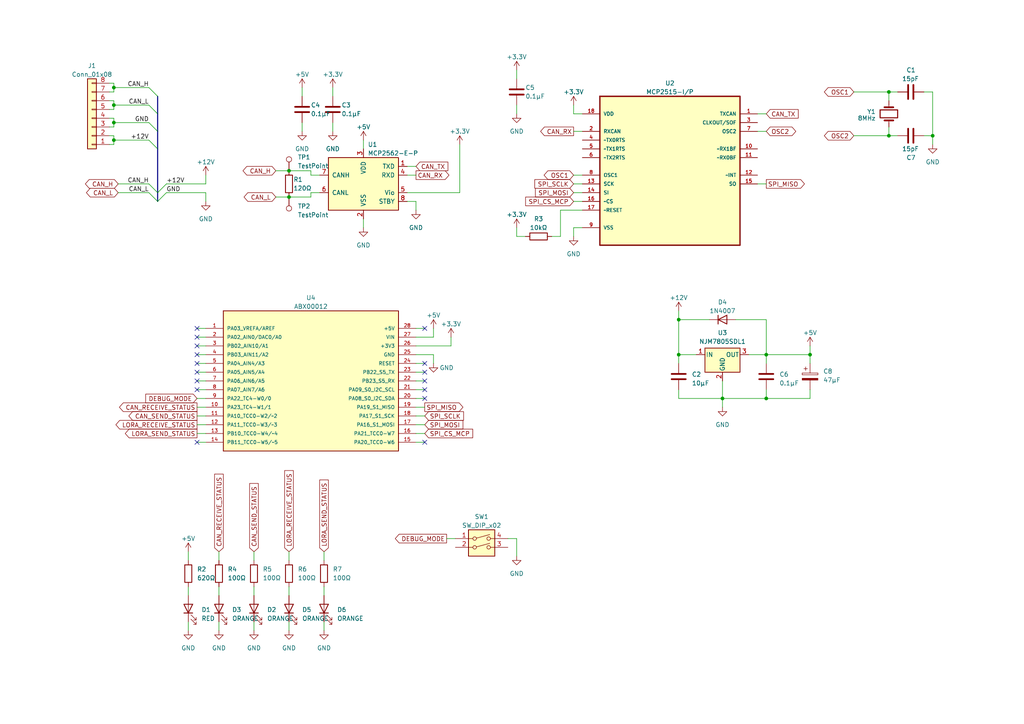
<source format=kicad_sch>
(kicad_sch (version 20230121) (generator eeschema)
  (paper "A4")
  (lib_symbols
    (symbol "ABX00012:ABX00012" (pin_names (offset 1.016))
      (property "Reference" "U" (at -25.4 21.082 0))
      (property "Value" "ABX00012" (at -25.4 -22.86 0))
      (symbol "ABX00012_0_0"
        (rectangle (start -25.4 -20.32) (end 25.4 20.32) (stroke (width 0.254)) (fill (type background)))
        (pin bidirectional line (at -30.48 15.24 0) (length 5.08) (name "PA03_VREFA/AREF") (number "1"))
        (pin bidirectional line (at -30.48 -7.62 0) (length 5.08) (name "PA23_TC4-W1/1") (number "10"))
        (pin bidirectional line (at -30.48 -10.16 0) (length 5.08) (name "PA10_TCC0-W2/~2") (number "11"))
        (pin bidirectional line (at -30.48 -12.7 0) (length 5.08) (name "PA11_TCC0-W3/~3") (number "12"))
        (pin bidirectional line (at -30.48 -15.24 0) (length 5.08) (name "PB10_TCC0-W4/~4") (number "13"))
        (pin bidirectional line (at -30.48 -17.78 0) (length 5.08) (name "PB11_TCC0-W5/~5") (number "14"))
        (pin bidirectional line (at 30.48 -17.78 180) (length 5.08) (name "PA20_TCC0-W6") (number "15"))
        (pin bidirectional line (at 30.48 -15.24 180) (length 5.08) (name "PA21_TCC0-W7") (number "16"))
        (pin bidirectional line (at 30.48 -12.7 180) (length 5.08) (name "PA16_S1_MOSI") (number "17"))
        (pin bidirectional line (at 30.48 -10.16 180) (length 5.08) (name "PA17_S1_SCK") (number "18"))
        (pin bidirectional line (at 30.48 -7.62 180) (length 5.08) (name "PA19_S1_MISO") (number "19"))
        (pin bidirectional line (at -30.48 12.7 0) (length 5.08) (name "PA02_AIN0/DAC0/A0") (number "2"))
        (pin bidirectional line (at 30.48 -5.08 180) (length 5.08) (name "PA08_S0_I2C_SDA") (number "20"))
        (pin bidirectional line (at 30.48 -2.54 180) (length 5.08) (name "PA09_S0_I2C_SCL") (number "21"))
        (pin bidirectional line (at 30.48 0 180) (length 5.08) (name "PB23_S5_RX") (number "22"))
        (pin bidirectional line (at 30.48 2.54 180) (length 5.08) (name "PB22_S5_TX") (number "23"))
        (pin input line (at 30.48 5.08 180) (length 5.08) (name "RESET") (number "24"))
        (pin power_in line (at 30.48 7.62 180) (length 5.08) (name "GND") (number "25"))
        (pin power_in line (at 30.48 10.16 180) (length 5.08) (name "+3V3") (number "26"))
        (pin power_in line (at 30.48 12.7 180) (length 5.08) (name "VIN") (number "27"))
        (pin power_in line (at 30.48 15.24 180) (length 5.08) (name "+5V") (number "28"))
        (pin bidirectional line (at -30.48 10.16 0) (length 5.08) (name "PB02_AIN10/A1") (number "3"))
        (pin bidirectional line (at -30.48 7.62 0) (length 5.08) (name "PB03_AIN11/A2") (number "4"))
        (pin bidirectional line (at -30.48 5.08 0) (length 5.08) (name "PA04_AIN4/A3") (number "5"))
        (pin bidirectional line (at -30.48 2.54 0) (length 5.08) (name "PA05_AIN5/A4") (number "6"))
        (pin bidirectional line (at -30.48 0 0) (length 5.08) (name "PA06_AIN6/A5") (number "7"))
        (pin bidirectional line (at -30.48 -2.54 0) (length 5.08) (name "PA07_AIN7/A6") (number "8"))
        (pin bidirectional line (at -30.48 -5.08 0) (length 5.08) (name "PA22_TC4-W0/0") (number "9"))
      )
    )
    (symbol "Connector:TestPoint" (pin_numbers hide) (pin_names (offset 0.762) hide)
      (property "Reference" "TP" (at 0 6.858 0))
      (property "Value" "TestPoint" (at 0 5.08 0))
      (symbol "TestPoint_0_1"
        (circle (center 0 3.302) (radius 0.762))
      )
      (symbol "TestPoint_1_1"
        (pin passive line (at 0 0 90) (length 2.54) (name "1") (number "1"))
      )
    )
    (symbol "Connector_Generic:Conn_01x08" (pin_names (offset 1.016) hide)
      (property "Reference" "J" (at 0 10.16 0))
      (property "Value" "Conn_01x08" (at 0 -12.7 0))
      (symbol "Conn_01x08_1_1"
        (rectangle (start -1.27 -10.033) (end 0 -10.287) (stroke (width 0.1524)))
        (rectangle (start -1.27 -7.493) (end 0 -7.747) (stroke (width 0.1524)))
        (rectangle (start -1.27 -4.953) (end 0 -5.207) (stroke (width 0.1524)))
        (rectangle (start -1.27 -2.413) (end 0 -2.667) (stroke (width 0.1524)))
        (rectangle (start -1.27 0.127) (end 0 -0.127) (stroke (width 0.1524)))
        (rectangle (start -1.27 2.667) (end 0 2.413) (stroke (width 0.1524)))
        (rectangle (start -1.27 5.207) (end 0 4.953) (stroke (width 0.1524)))
        (rectangle (start -1.27 7.747) (end 0 7.493) (stroke (width 0.1524)))
        (rectangle (start -1.27 8.89) (end 1.27 -11.43) (stroke (width 0.254)) (fill (type background)))
        (pin passive line (at -5.08 7.62 0) (length 3.81) (name "Pin_1") (number "1"))
        (pin passive line (at -5.08 5.08 0) (length 3.81) (name "Pin_2") (number "2"))
        (pin passive line (at -5.08 2.54 0) (length 3.81) (name "Pin_3") (number "3"))
        (pin passive line (at -5.08 0 0) (length 3.81) (name "Pin_4") (number "4"))
        (pin passive line (at -5.08 -2.54 0) (length 3.81) (name "Pin_5") (number "5"))
        (pin passive line (at -5.08 -5.08 0) (length 3.81) (name "Pin_6") (number "6"))
        (pin passive line (at -5.08 -7.62 0) (length 3.81) (name "Pin_7") (number "7"))
        (pin passive line (at -5.08 -10.16 0) (length 3.81) (name "Pin_8") (number "8"))
      )
    )
    (symbol "Device:C" (pin_numbers hide) (pin_names (offset 0.254))
      (property "Reference" "C" (at 0.635 2.54 0))
      (property "Value" "C" (at 0.635 -2.54 0))
      (symbol "C_0_1"
        (polyline (pts (xy -2.032 -0.762) (xy 2.032 -0.762)) (stroke (width 0.508)))
        (polyline (pts (xy -2.032 0.762) (xy 2.032 0.762)) (stroke (width 0.508)))
      )
      (symbol "C_1_1"
        (pin passive line (at 0 3.81 270) (length 2.794) (name "~") (number "1"))
        (pin passive line (at 0 -3.81 90) (length 2.794) (name "~") (number "2"))
      )
    )
    (symbol "Device:C_Polarized" (pin_numbers hide) (pin_names (offset 0.254))
      (property "Reference" "C" (at 0.635 2.54 0))
      (property "Value" "C_Polarized" (at 0.635 -2.54 0))
      (symbol "C_Polarized_0_1"
        (rectangle (start -2.286 0.508) (end 2.286 1.016))
        (polyline (pts (xy -1.778 2.286) (xy -0.762 2.286)))
        (polyline (pts (xy -1.27 2.794) (xy -1.27 1.778)))
        (rectangle (start 2.286 -0.508) (end -2.286 -1.016) (fill (type outline)))
      )
      (symbol "C_Polarized_1_1"
        (pin passive line (at 0 3.81 270) (length 2.794) (name "~") (number "1"))
        (pin passive line (at 0 -3.81 90) (length 2.794) (name "~") (number "2"))
      )
    )
    (symbol "Device:Crystal" (pin_numbers hide) (pin_names (offset 1.016) hide)
      (property "Reference" "Y" (at 0 3.81 0))
      (property "Value" "Crystal" (at 0 -3.81 0))
      (symbol "Crystal_0_1"
        (rectangle (start -1.143 2.54) (end 1.143 -2.54) (stroke (width 0.3048)))
        (polyline (pts (xy -2.54 0) (xy -1.905 0)))
        (polyline (pts (xy -1.905 -1.27) (xy -1.905 1.27)) (stroke (width 0.508)))
        (polyline (pts (xy 1.905 -1.27) (xy 1.905 1.27)) (stroke (width 0.508)))
        (polyline (pts (xy 2.54 0) (xy 1.905 0)))
      )
      (symbol "Crystal_1_1"
        (pin passive line (at -3.81 0 0) (length 1.27) (name "1") (number "1"))
        (pin passive line (at 3.81 0 180) (length 1.27) (name "2") (number "2"))
      )
    )
    (symbol "Device:LED" (pin_numbers hide) (pin_names (offset 1.016) hide)
      (property "Reference" "D" (at 0 2.54 0))
      (property "Value" "LED" (at 0 -2.54 0))
      (symbol "LED_0_1"
        (polyline (pts (xy -1.27 -1.27) (xy -1.27 1.27)) (stroke (width 0.254)))
        (polyline (pts (xy -1.27 0) (xy 1.27 0)))
        (polyline (pts (xy 1.27 -1.27) (xy 1.27 1.27) (xy -1.27 0) (xy 1.27 -1.27)) (stroke (width 0.254)))
        (polyline (pts (xy -3.048 -0.762) (xy -4.572 -2.286) (xy -3.81 -2.286) (xy -4.572 -2.286) (xy -4.572 -1.524)))
        (polyline (pts (xy -1.778 -0.762) (xy -3.302 -2.286) (xy -2.54 -2.286) (xy -3.302 -2.286) (xy -3.302 -1.524)))
      )
      (symbol "LED_1_1"
        (pin passive line (at -3.81 0 0) (length 2.54) (name "K") (number "1"))
        (pin passive line (at 3.81 0 180) (length 2.54) (name "A") (number "2"))
      )
    )
    (symbol "Device:R" (pin_numbers hide) (pin_names (offset 0))
      (property "Reference" "R" (at 2.032 0 90))
      (property "Value" "R" (at 0 0 90))
      (symbol "R_0_1"
        (rectangle (start -1.016 -2.54) (end 1.016 2.54) (stroke (width 0.254)))
      )
      (symbol "R_1_1"
        (pin passive line (at 0 3.81 270) (length 1.27) (name "~") (number "1"))
        (pin passive line (at 0 -3.81 90) (length 1.27) (name "~") (number "2"))
      )
    )
    (symbol "Diode:1N4007" (pin_numbers hide) (pin_names hide)
      (property "Reference" "D" (at 0 2.54 0))
      (property "Value" "1N4007" (at 0 -2.54 0))
      (symbol "1N4007_0_1"
        (polyline (pts (xy -1.27 1.27) (xy -1.27 -1.27)) (stroke (width 0.254)))
        (polyline (pts (xy 1.27 0) (xy -1.27 0)))
        (polyline (pts (xy 1.27 1.27) (xy 1.27 -1.27) (xy -1.27 0) (xy 1.27 1.27)) (stroke (width 0.254)))
      )
      (symbol "1N4007_1_1"
        (pin passive line (at -3.81 0 0) (length 2.54) (name "K") (number "1"))
        (pin passive line (at 3.81 0 180) (length 2.54) (name "A") (number "2"))
      )
    )
    (symbol "Interface_CAN_LIN:MCP2562-E-P" (pin_names (offset 1.016))
      (property "Reference" "U" (at -10.16 8.89 0))
      (property "Value" "MCP2562-E-P" (at 2.54 8.89 0))
      (symbol "MCP2562-E-P_0_1"
        (rectangle (start -10.16 7.62) (end 10.16 -7.62) (stroke (width 0.254)) (fill (type background)))
      )
      (symbol "MCP2562-E-P_1_1"
        (pin input line (at -12.7 5.08 0) (length 2.54) (name "TXD") (number "1"))
        (pin power_in line (at 0 -10.16 90) (length 2.54) (name "VSS") (number "2"))
        (pin power_in line (at 0 10.16 270) (length 2.54) (name "VDD") (number "3"))
        (pin output line (at -12.7 2.54 0) (length 2.54) (name "RXD") (number "4"))
        (pin power_in line (at -12.7 -2.54 0) (length 2.54) (name "Vio") (number "5"))
        (pin bidirectional line (at 12.7 -2.54 180) (length 2.54) (name "CANL") (number "6"))
        (pin bidirectional line (at 12.7 2.54 180) (length 2.54) (name "CANH") (number "7"))
        (pin input line (at -12.7 -5.08 0) (length 2.54) (name "STBY") (number "8"))
      )
    )
    (symbol "MCP2515-I_P:MCP2515-I{slash}P" (pin_names (offset 1.016))
      (property "Reference" "U" (at -5.1308 20.2692 0))
      (property "Value" "MCP2515-I{slash}P" (at -5.2324 -29.718 0))
      (symbol "MCP2515-I{slash}P_0_0"
        (rectangle (start -20.32 -25.4) (end 20.32 17.78) (stroke (width 0.4064)) (fill (type background)))
        (pin output line (at 25.4 12.7 180) (length 5.08) (name "TXCAN") (number "1"))
        (pin output line (at 25.4 2.54 180) (length 5.08) (name "~RX1BF") (number "10"))
        (pin output line (at 25.4 0 180) (length 5.08) (name "~RX0BF") (number "11"))
        (pin output line (at 25.4 -5.08 180) (length 5.08) (name "~INT") (number "12"))
        (pin input line (at -25.4 -7.62 0) (length 5.08) (name "SCK") (number "13"))
        (pin input line (at -25.4 -10.16 0) (length 5.08) (name "SI") (number "14"))
        (pin output line (at 25.4 -7.62 180) (length 5.08) (name "SO") (number "15"))
        (pin input line (at -25.4 -12.7 0) (length 5.08) (name "~CS") (number "16"))
        (pin input line (at -25.4 -15.24 0) (length 5.08) (name "~RESET") (number "17"))
        (pin power_in line (at -25.4 12.7 0) (length 5.08) (name "VDD") (number "18"))
        (pin input line (at -25.4 7.62 0) (length 5.08) (name "RXCAN") (number "2"))
        (pin output line (at 25.4 10.16 180) (length 5.08) (name "CLKOUT/SOF") (number "3"))
        (pin input line (at -25.4 5.08 0) (length 5.08) (name "~TX0RTS") (number "4"))
        (pin input line (at -25.4 2.54 0) (length 5.08) (name "~TX1RTS") (number "5"))
        (pin input line (at -25.4 0 0) (length 5.08) (name "~TX2RTS") (number "6"))
        (pin output line (at 25.4 7.62 180) (length 5.08) (name "OSC2") (number "7"))
        (pin input line (at -25.4 -5.08 0) (length 5.08) (name "OSC1") (number "8"))
        (pin power_in line (at -25.4 -20.32 0) (length 5.08) (name "VSS") (number "9"))
      )
    )
    (symbol "Regulator_Linear:L7805" (pin_names (offset 0.254))
      (property "Reference" "U" (at -3.81 3.175 0))
      (property "Value" "L7805" (at 0 3.175 0))
      (symbol "L7805_0_1"
        (rectangle (start -5.08 1.905) (end 5.08 -5.08) (stroke (width 0.254)) (fill (type background)))
      )
      (symbol "L7805_1_1"
        (pin power_in line (at -7.62 0 0) (length 2.54) (name "IN") (number "1"))
        (pin power_in line (at 0 -7.62 90) (length 2.54) (name "GND") (number "2"))
        (pin power_out line (at 7.62 0 180) (length 2.54) (name "OUT") (number "3"))
      )
    )
    (symbol "Switch:SW_DIP_x02" (pin_names (offset 0) hide)
      (property "Reference" "SW" (at 0 6.35 0))
      (property "Value" "SW_DIP_x02" (at 0 -3.81 0))
      (symbol "SW_DIP_x02_0_0"
        (circle (center -2.032 0) (radius 0.508))
        (circle (center -2.032 2.54) (radius 0.508))
        (polyline (pts (xy -1.524 0.127) (xy 2.3622 1.1684)))
        (polyline (pts (xy -1.524 2.667) (xy 2.3622 3.7084)))
        (circle (center 2.032 0) (radius 0.508))
        (circle (center 2.032 2.54) (radius 0.508))
      )
      (symbol "SW_DIP_x02_0_1"
        (rectangle (start -3.81 5.08) (end 3.81 -2.54) (stroke (width 0.254)) (fill (type background)))
      )
      (symbol "SW_DIP_x02_1_1"
        (pin passive line (at -7.62 2.54 0) (length 5.08) (name "~") (number "1"))
        (pin passive line (at -7.62 0 0) (length 5.08) (name "~") (number "2"))
        (pin passive line (at 7.62 0 180) (length 5.08) (name "~") (number "3"))
        (pin passive line (at 7.62 2.54 180) (length 5.08) (name "~") (number "4"))
      )
    )
    (symbol "power:+12V" (power) (pin_names (offset 0))
      (property "Value" "+12V" (at 0 3.556 0))
      (symbol "+12V_0_1"
        (polyline (pts (xy -0.762 1.27) (xy 0 2.54)))
        (polyline (pts (xy 0 0) (xy 0 2.54)))
        (polyline (pts (xy 0 2.54) (xy 0.762 1.27)))
      )
      (symbol "+12V_1_1"
        (pin power_in line (at 0 0 90) (length 0) hide (name "+12V") (number "1"))
      )
    )
    (symbol "power:+3.3V" (power) (pin_names (offset 0))
      (property "Value" "+3.3V" (at 0 3.556 0))
      (symbol "+3.3V_0_1"
        (polyline (pts (xy -0.762 1.27) (xy 0 2.54)))
        (polyline (pts (xy 0 0) (xy 0 2.54)))
        (polyline (pts (xy 0 2.54) (xy 0.762 1.27)))
      )
      (symbol "+3.3V_1_1"
        (pin power_in line (at 0 0 90) (length 0) hide (name "+3.3V") (number "1"))
      )
    )
    (symbol "power:+5V" (power) (pin_names (offset 0))
      (property "Value" "+5V" (at 0 3.556 0))
      (symbol "+5V_0_1"
        (polyline (pts (xy -0.762 1.27) (xy 0 2.54)))
        (polyline (pts (xy 0 0) (xy 0 2.54)))
        (polyline (pts (xy 0 2.54) (xy 0.762 1.27)))
      )
      (symbol "+5V_1_1"
        (pin power_in line (at 0 0 90) (length 0) hide (name "+5V") (number "1"))
      )
    )
    (symbol "power:GND" (power) (pin_names (offset 0))
      (property "Value" "GND" (at 0 -3.81 0))
      (symbol "GND_0_1"
        (polyline (pts (xy 0 0) (xy 0 -1.27) (xy 1.27 -1.27) (xy 0 -2.54) (xy -1.27 -1.27) (xy 0 -1.27)))
      )
      (symbol "GND_1_1"
        (pin power_in line (at 0 0 270) (length 0) hide (name "GND") (number "1"))
      )
    )
  )
  (junction (at 234.95 102.87))
  (junction (at 196.85 102.87))
  (junction (at 257.81 39.37))
  (junction (at 257.81 26.67))
  (junction (at 83.82 57.15))
  (junction (at 209.55 115.57))
  (junction (at 33.02 30.48))
  (junction (at 222.25 115.57))
  (junction (at 83.82 49.53))
  (junction (at 196.85 92.71))
  (junction (at 33.02 40.64))
  (junction (at 33.02 35.56))
  (junction (at 270.51 39.37))
  (junction (at 222.25 102.87))
  (junction (at 33.02 25.4))
  (no_connect (at 57.15 113.03))
  (no_connect (at 123.19 95.25))
  (no_connect (at 57.15 105.41))
  (no_connect (at 57.15 110.49))
  (no_connect (at 57.15 95.25))
  (no_connect (at 123.19 115.57))
  (no_connect (at 123.19 110.49))
  (no_connect (at 57.15 128.27))
  (no_connect (at 123.19 105.41))
  (no_connect (at 123.19 128.27))
  (no_connect (at 57.15 107.95))
  (no_connect (at 123.19 107.95))
  (no_connect (at 57.15 97.79))
  (no_connect (at 123.19 113.03))
  (no_connect (at 57.15 102.87))
  (no_connect (at 57.15 100.33))
  (bus_entry (at 43.18 30.48) (size 2.54 2.54))
  (bus_entry (at 43.18 40.64) (size 2.54 2.54))
  (bus_entry (at 45.72 58.42) (size -2.54 -2.54))
  (bus_entry (at 45.72 55.88) (size -2.54 -2.54))
  (bus_entry (at 43.18 35.56) (size 2.54 2.54))
  (bus_entry (at 45.72 55.88) (size 2.54 -2.54))
  (bus_entry (at 43.18 25.4) (size 2.54 2.54))
  (bus_entry (at 45.72 58.42) (size 2.54 -2.54))
  (wire (pts (xy 270.51 41.91) (xy 270.51 39.37)))
  (wire (pts (xy 219.71 53.34) (xy 222.25 53.34)))
  (wire (pts (xy 219.71 33.02) (xy 222.25 33.02)))
  (wire (pts (xy 57.15 125.73) (xy 59.69 125.73)))
  (wire (pts (xy 33.02 31.75) (xy 33.02 30.48)))
  (wire (pts (xy 166.37 55.88) (xy 168.91 55.88)))
  (wire (pts (xy 168.91 60.96) (xy 162.56 60.96)))
  (wire (pts (xy 57.15 102.87) (xy 59.69 102.87)))
  (wire (pts (xy 120.65 100.33) (xy 130.81 100.33)))
  (wire (pts (xy 201.93 102.87) (xy 196.85 102.87)))
  (wire (pts (xy 57.15 120.65) (xy 59.69 120.65)))
  (wire (pts (xy 120.65 113.03) (xy 123.19 113.03)))
  (wire (pts (xy 93.98 170.18) (xy 93.98 172.72)))
  (wire (pts (xy 57.15 113.03) (xy 59.69 113.03)))
  (wire (pts (xy 33.02 30.48) (xy 43.18 30.48)))
  (wire (pts (xy 270.51 39.37) (xy 270.51 26.67)))
  (wire (pts (xy 59.69 50.8) (xy 59.69 53.34)))
  (wire (pts (xy 57.15 128.27) (xy 59.69 128.27)))
  (wire (pts (xy 120.65 102.87) (xy 125.73 102.87)))
  (wire (pts (xy 196.85 102.87) (xy 196.85 105.41)))
  (wire (pts (xy 196.85 92.71) (xy 196.85 102.87)))
  (wire (pts (xy 63.5 180.34) (xy 63.5 182.88)))
  (wire (pts (xy 257.81 39.37) (xy 260.35 39.37)))
  (wire (pts (xy 43.18 55.88) (xy 34.29 55.88)))
  (wire (pts (xy 57.15 118.11) (xy 59.69 118.11)))
  (wire (pts (xy 149.86 156.21) (xy 149.86 161.29)))
  (wire (pts (xy 209.55 115.57) (xy 209.55 118.11)))
  (wire (pts (xy 217.17 102.87) (xy 222.25 102.87)))
  (wire (pts (xy 247.65 39.37) (xy 257.81 39.37)))
  (wire (pts (xy 120.65 58.42) (xy 120.65 60.96)))
  (wire (pts (xy 120.65 107.95) (xy 123.19 107.95)))
  (wire (pts (xy 87.63 25.4) (xy 87.63 27.94)))
  (wire (pts (xy 257.81 29.21) (xy 257.81 26.67)))
  (wire (pts (xy 166.37 66.04) (xy 168.91 66.04)))
  (wire (pts (xy 257.81 26.67) (xy 260.35 26.67)))
  (wire (pts (xy 120.65 105.41) (xy 123.19 105.41)))
  (wire (pts (xy 118.11 48.26) (xy 120.65 48.26)))
  (wire (pts (xy 257.81 36.83) (xy 257.81 39.37)))
  (wire (pts (xy 267.97 39.37) (xy 270.51 39.37)))
  (wire (pts (xy 31.75 31.75) (xy 33.02 31.75)))
  (wire (pts (xy 118.11 50.8) (xy 120.65 50.8)))
  (wire (pts (xy 33.02 36.83) (xy 31.75 36.83)))
  (wire (pts (xy 73.66 160.02) (xy 73.66 162.56)))
  (wire (pts (xy 73.66 180.34) (xy 73.66 182.88)))
  (wire (pts (xy 149.86 30.48) (xy 149.86 33.02)))
  (wire (pts (xy 31.75 24.13) (xy 33.02 24.13)))
  (wire (pts (xy 120.65 125.73) (xy 123.19 125.73)))
  (wire (pts (xy 166.37 58.42) (xy 168.91 58.42)))
  (wire (pts (xy 33.02 25.4) (xy 33.02 26.67)))
  (wire (pts (xy 222.25 115.57) (xy 234.95 115.57)))
  (bus (pts (xy 45.72 43.18) (xy 45.72 55.88)))
  (wire (pts (xy 33.02 40.64) (xy 43.18 40.64)))
  (wire (pts (xy 57.15 95.25) (xy 59.69 95.25)))
  (wire (pts (xy 80.01 49.53) (xy 83.82 49.53)))
  (wire (pts (xy 120.65 95.25) (xy 123.19 95.25)))
  (wire (pts (xy 59.69 55.88) (xy 48.26 55.88)))
  (bus (pts (xy 45.72 33.02) (xy 45.72 38.1)))
  (wire (pts (xy 57.15 97.79) (xy 59.69 97.79)))
  (wire (pts (xy 57.15 115.57) (xy 59.69 115.57)))
  (wire (pts (xy 222.25 92.71) (xy 222.25 102.87)))
  (wire (pts (xy 90.17 50.8) (xy 90.17 49.53)))
  (wire (pts (xy 54.61 160.02) (xy 54.61 162.56)))
  (wire (pts (xy 209.55 110.49) (xy 209.55 115.57)))
  (wire (pts (xy 213.36 92.71) (xy 222.25 92.71)))
  (wire (pts (xy 80.01 57.15) (xy 83.82 57.15)))
  (wire (pts (xy 125.73 102.87) (xy 125.73 105.41)))
  (wire (pts (xy 96.52 35.56) (xy 96.52 38.1)))
  (wire (pts (xy 83.82 160.02) (xy 83.82 162.56)))
  (wire (pts (xy 234.95 105.41) (xy 234.95 102.87)))
  (wire (pts (xy 31.75 29.21) (xy 33.02 29.21)))
  (wire (pts (xy 105.41 63.5) (xy 105.41 66.04)))
  (wire (pts (xy 57.15 100.33) (xy 59.69 100.33)))
  (wire (pts (xy 162.56 68.58) (xy 160.02 68.58)))
  (wire (pts (xy 120.65 118.11) (xy 123.19 118.11)))
  (wire (pts (xy 120.65 110.49) (xy 123.19 110.49)))
  (wire (pts (xy 54.61 180.34) (xy 54.61 182.88)))
  (wire (pts (xy 33.02 35.56) (xy 43.18 35.56)))
  (wire (pts (xy 63.5 160.02) (xy 63.5 162.56)))
  (wire (pts (xy 166.37 50.8) (xy 168.91 50.8)))
  (wire (pts (xy 129.54 156.21) (xy 132.08 156.21)))
  (wire (pts (xy 33.02 30.48) (xy 33.02 29.21)))
  (wire (pts (xy 33.02 25.4) (xy 33.02 24.13)))
  (wire (pts (xy 59.69 53.34) (xy 48.26 53.34)))
  (wire (pts (xy 267.97 26.67) (xy 270.51 26.67)))
  (wire (pts (xy 92.71 50.8) (xy 90.17 50.8)))
  (wire (pts (xy 234.95 113.03) (xy 234.95 115.57)))
  (wire (pts (xy 166.37 38.1) (xy 168.91 38.1)))
  (wire (pts (xy 83.82 170.18) (xy 83.82 172.72)))
  (wire (pts (xy 209.55 115.57) (xy 222.25 115.57)))
  (wire (pts (xy 59.69 58.42) (xy 59.69 55.88)))
  (wire (pts (xy 166.37 33.02) (xy 168.91 33.02)))
  (wire (pts (xy 43.18 53.34) (xy 34.29 53.34)))
  (wire (pts (xy 166.37 53.34) (xy 168.91 53.34)))
  (wire (pts (xy 96.52 25.4) (xy 96.52 27.94)))
  (wire (pts (xy 130.81 97.79) (xy 130.81 100.33)))
  (wire (pts (xy 54.61 170.18) (xy 54.61 172.72)))
  (wire (pts (xy 90.17 55.88) (xy 90.17 57.15)))
  (wire (pts (xy 31.75 41.91) (xy 33.02 41.91)))
  (wire (pts (xy 247.65 26.67) (xy 257.81 26.67)))
  (wire (pts (xy 120.65 128.27) (xy 123.19 128.27)))
  (bus (pts (xy 45.72 55.88) (xy 45.72 58.42)))
  (wire (pts (xy 57.15 107.95) (xy 59.69 107.95)))
  (wire (pts (xy 73.66 170.18) (xy 73.66 172.72)))
  (wire (pts (xy 57.15 110.49) (xy 59.69 110.49)))
  (wire (pts (xy 33.02 39.37) (xy 33.02 40.64)))
  (wire (pts (xy 33.02 41.91) (xy 33.02 40.64)))
  (wire (pts (xy 125.73 95.25) (xy 125.73 97.79)))
  (wire (pts (xy 222.25 115.57) (xy 222.25 113.03)))
  (wire (pts (xy 166.37 68.58) (xy 166.37 66.04)))
  (wire (pts (xy 57.15 123.19) (xy 59.69 123.19)))
  (wire (pts (xy 133.35 41.91) (xy 133.35 55.88)))
  (wire (pts (xy 93.98 160.02) (xy 93.98 162.56)))
  (wire (pts (xy 222.25 102.87) (xy 222.25 105.41)))
  (wire (pts (xy 31.75 26.67) (xy 33.02 26.67)))
  (wire (pts (xy 162.56 60.96) (xy 162.56 68.58)))
  (wire (pts (xy 63.5 170.18) (xy 63.5 172.72)))
  (wire (pts (xy 234.95 100.33) (xy 234.95 102.87)))
  (wire (pts (xy 149.86 20.32) (xy 149.86 22.86)))
  (bus (pts (xy 45.72 27.94) (xy 45.72 33.02)))
  (wire (pts (xy 219.71 38.1) (xy 222.25 38.1)))
  (wire (pts (xy 222.25 102.87) (xy 234.95 102.87)))
  (wire (pts (xy 83.82 57.15) (xy 90.17 57.15)))
  (wire (pts (xy 120.65 123.19) (xy 123.19 123.19)))
  (wire (pts (xy 120.65 115.57) (xy 123.19 115.57)))
  (wire (pts (xy 149.86 68.58) (xy 152.4 68.58)))
  (wire (pts (xy 196.85 90.17) (xy 196.85 92.71)))
  (wire (pts (xy 33.02 35.56) (xy 33.02 36.83)))
  (wire (pts (xy 196.85 113.03) (xy 196.85 115.57)))
  (bus (pts (xy 45.72 38.1) (xy 45.72 43.18)))
  (wire (pts (xy 33.02 34.29) (xy 33.02 35.56)))
  (wire (pts (xy 105.41 40.64) (xy 105.41 43.18)))
  (wire (pts (xy 118.11 55.88) (xy 133.35 55.88)))
  (wire (pts (xy 118.11 58.42) (xy 120.65 58.42)))
  (wire (pts (xy 196.85 92.71) (xy 205.74 92.71)))
  (wire (pts (xy 147.32 156.21) (xy 149.86 156.21)))
  (wire (pts (xy 125.73 97.79) (xy 120.65 97.79)))
  (wire (pts (xy 57.15 105.41) (xy 59.69 105.41)))
  (wire (pts (xy 149.86 66.04) (xy 149.86 68.58)))
  (wire (pts (xy 31.75 39.37) (xy 33.02 39.37)))
  (wire (pts (xy 33.02 25.4) (xy 43.18 25.4)))
  (wire (pts (xy 92.71 55.88) (xy 90.17 55.88)))
  (wire (pts (xy 87.63 35.56) (xy 87.63 38.1)))
  (wire (pts (xy 83.82 180.34) (xy 83.82 182.88)))
  (wire (pts (xy 93.98 180.34) (xy 93.98 182.88)))
  (wire (pts (xy 196.85 115.57) (xy 209.55 115.57)))
  (wire (pts (xy 83.82 49.53) (xy 90.17 49.53)))
  (wire (pts (xy 166.37 30.48) (xy 166.37 33.02)))
  (wire (pts (xy 120.65 120.65) (xy 123.19 120.65)))
  (wire (pts (xy 31.75 34.29) (xy 33.02 34.29)))
  (label "CAN_H" (at 43.18 25.4 180))
  (label "+12V" (at 48.26 53.34 0))
  (label "CAN_H" (at 43.18 53.34 180))
  (label "GND" (at 48.26 55.88 0))
  (label "CAN_L" (at 43.18 55.88 180))
  (label "+12V" (at 43.18 40.64 180))
  (label "GND" (at 43.18 35.56 180))
  (label "CAN_L" (at 43.18 30.48 180))
  (global_label "OSC1" (shape bidirectional) (at 247.65 26.67 180) (property "Intersheetrefs" "${INTERSHEET_REFS}" (effects hide)))
  (global_label "CAN_L" (shape bidirectional) (at 80.01 57.15 180) (property "Intersheetrefs" "${INTERSHEET_REFS}" (effects hide)))
  (global_label "CAN_RX" (shape output) (at 166.37 38.1 180) (property "Intersheetrefs" "${INTERSHEET_REFS}" (effects hide)))
  (global_label "OSC2" (shape bidirectional) (at 247.65 39.37 180) (property "Intersheetrefs" "${INTERSHEET_REFS}" (effects hide)))
  (global_label "SPI_SCLK" (shape input) (at 166.37 53.34 180) (property "Intersheetrefs" "${INTERSHEET_REFS}" (effects hide)))
  (global_label "SPI_MISO" (shape output) (at 222.25 53.34 0) (property "Intersheetrefs" "${INTERSHEET_REFS}" (effects hide)))
  (global_label "CAN_TX" (shape input) (at 120.65 48.26 0) (property "Intersheetrefs" "${INTERSHEET_REFS}" (effects hide)))
  (global_label "CAN_RECEIVE_STATUS" (shape input) (at 63.5 160.02 90) (property "Intersheetrefs" "${INTERSHEET_REFS}" (effects hide)))
  (global_label "CAN_SEND_STATUS" (shape output) (at 57.15 120.65 180) (property "Intersheetrefs" "${INTERSHEET_REFS}" (effects hide)))
  (global_label "SPI_SCLK" (shape input) (at 123.19 120.65 0) (property "Intersheetrefs" "${INTERSHEET_REFS}" (effects hide)))
  (global_label "CAN_H" (shape bidirectional) (at 80.01 49.53 180) (property "Intersheetrefs" "${INTERSHEET_REFS}" (effects hide)))
  (global_label "SPI_MOSI" (shape input) (at 166.37 55.88 180) (property "Intersheetrefs" "${INTERSHEET_REFS}" (effects hide)))
  (global_label "OSC1" (shape bidirectional) (at 166.37 50.8 180) (property "Intersheetrefs" "${INTERSHEET_REFS}" (effects hide)))
  (global_label "CAN_RX" (shape output) (at 120.65 50.8 0) (property "Intersheetrefs" "${INTERSHEET_REFS}" (effects hide)))
  (global_label "SPI_CS_MCP" (shape input) (at 123.19 125.73 0) (property "Intersheetrefs" "${INTERSHEET_REFS}" (effects hide)))
  (global_label "SPI_MISO" (shape output) (at 123.19 118.11 0) (property "Intersheetrefs" "${INTERSHEET_REFS}" (effects hide)))
  (global_label "SPI_MOSI" (shape input) (at 123.19 123.19 0) (property "Intersheetrefs" "${INTERSHEET_REFS}" (effects hide)))
  (global_label "SPI_CS_MCP" (shape input) (at 166.37 58.42 180) (property "Intersheetrefs" "${INTERSHEET_REFS}" (effects hide)))
  (global_label "CAN_RECEIVE_STATUS" (shape output) (at 57.15 118.11 180) (property "Intersheetrefs" "${INTERSHEET_REFS}" (effects hide)))
  (global_label "CAN_L" (shape bidirectional) (at 34.29 55.88 180) (property "Intersheetrefs" "${INTERSHEET_REFS}" (effects hide)))
  (global_label "CAN_TX" (shape input) (at 222.25 33.02 0) (property "Intersheetrefs" "${INTERSHEET_REFS}" (effects hide)))
  (global_label "DEBUG_MODE" (shape output) (at 129.54 156.21 180) (property "Intersheetrefs" "${INTERSHEET_REFS}" (effects hide)))
  (global_label "CAN_H" (shape bidirectional) (at 34.29 53.34 180) (property "Intersheetrefs" "${INTERSHEET_REFS}" (effects hide)))
  (global_label "OSC2" (shape bidirectional) (at 222.25 38.1 0) (property "Intersheetrefs" "${INTERSHEET_REFS}" (effects hide)))
  (global_label "LORA_RECEIVE_STATUS" (shape input) (at 83.82 160.02 90) (property "Intersheetrefs" "${INTERSHEET_REFS}" (effects hide)))
  (global_label "CAN_SEND_STATUS" (shape input) (at 73.66 160.02 90) (property "Intersheetrefs" "${INTERSHEET_REFS}" (effects hide)))
  (global_label "LORA_SEND_STATUS" (shape output) (at 57.15 125.73 180) (property "Intersheetrefs" "${INTERSHEET_REFS}" (effects hide)))
  (global_label "LORA_RECEIVE_STATUS" (shape output) (at 57.15 123.19 180) (property "Intersheetrefs" "${INTERSHEET_REFS}" (effects hide)))
  (global_label "LORA_SEND_STATUS" (shape input) (at 93.98 160.02 90) (property "Intersheetrefs" "${INTERSHEET_REFS}" (effects hide)))
  (global_label "DEBUG_MODE" (shape input) (at 57.15 115.57 180) (property "Intersheetrefs" "${INTERSHEET_REFS}" (effects hide)))
  (symbol (lib_id "power:+12V") (at 59.69 50.8 0) (mirror y) (unit 1)
    (property "Reference" "#PWR025" (effects hide))
    (property "Value" "+12V" (at 59.69 46.99 0))
  )
  (symbol (lib_id "power:GND") (at 54.61 182.88 0) (unit 1)
    (property "Reference" "#PWR020" (effects hide))
    (property "Value" "GND" (at 54.61 187.96 0))
  )
  (symbol (lib_id "power:GND") (at 149.86 33.02 0) (unit 1)
    (property "Reference" "#PWR014" (effects hide))
    (property "Value" "GND" (at 149.86 38.1 0))
  )
  (symbol (lib_id "Device:LED") (at 54.61 176.53 90) (unit 1)
    (property "Reference" "D1" (at 58.42 176.8474 90) (effects (justify right)))
    (property "Value" "RED" (at 58.42 179.3874 90) (effects (justify right)))
    (property "Footprint" "LED_SMD:LED_0603_1608Metric_Pad1.05x0.95mm_HandSolder" (effects hide))
  )
  (symbol (lib_id "Device:LED") (at 93.98 176.53 90) (unit 1)
    (property "Reference" "D6" (at 97.79 176.8474 90) (effects (justify right)))
    (property "Value" "ORANGE" (at 97.79 179.3874 90) (effects (justify right)))
    (property "Footprint" "LED_SMD:LED_0603_1608Metric_Pad1.05x0.95mm_HandSolder" (effects hide))
  )
  (symbol (lib_id "power:+12V") (at 196.85 90.17 0) (mirror y) (unit 1)
    (property "Reference" "#PWR01" (effects hide))
    (property "Value" "+12V" (at 196.85 86.36 0))
  )
  (symbol (lib_id "Device:LED") (at 63.5 176.53 90) (unit 1)
    (property "Reference" "D3" (at 67.31 176.8474 90) (effects (justify right)))
    (property "Value" "ORANGE" (at 67.31 179.3874 90) (effects (justify right)))
    (property "Footprint" "LED_SMD:LED_0603_1608Metric_Pad1.05x0.95mm_HandSolder" (effects hide))
  )
  (symbol (lib_id "Device:R") (at 156.21 68.58 90) (unit 1)
    (property "Reference" "R3" (at 156.21 63.5 90))
    (property "Value" "10kΩ" (at 156.21 66.04 90))
    (property "Footprint" "Resistor_SMD:R_0805_2012Metric_Pad1.20x1.40mm_HandSolder" (effects hide))
  )
  (symbol (lib_id "Device:C") (at 264.16 39.37 270) (mirror x) (unit 1)
    (property "Reference" "C7" (at 262.89 45.72 90) (effects (justify left)))
    (property "Value" "15pF" (at 261.62 43.18 90) (effects (justify left)))
    (property "Footprint" "Capacitor_SMD:C_0603_1608Metric_Pad1.08x0.95mm_HandSolder" (effects hide))
  )
  (symbol (lib_id "Regulator_Linear:L7805") (at 209.55 102.87 0) (unit 1)
    (property "Reference" "U3" (at 209.55 96.52 0))
    (property "Value" "NJM7805SDL1" (at 209.55 99.06 0))
    (property "Footprint" "Package_TO_SOT_SMD:TO-252-2" (effects hide))
    (property "Datasheet" "http://www.st.com/content/ccc/resource/technical/document/datasheet/41/4f/b3/b0/12/d4/47/88/CD00000444.pdf/files/CD00000444.pdf/jcr:content/translations/en.CD00000444.pdf" (effects hide))
  )
  (symbol (lib_id "Switch:SW_DIP_x02") (at 139.7 158.75 0) (unit 1)
    (property "Reference" "SW1" (at 139.7 149.86 0))
    (property "Value" "SW_DIP_x02" (at 139.7 152.4 0))
    (property "Footprint" "Button_Switch_THT:SW_DIP_SPSTx02_Piano_10.8x6.64mm_W7.62mm_P2.54mm" (effects hide))
  )
  (symbol (lib_id "power:+5V") (at 234.95 100.33 0) (unit 1)
    (property "Reference" "#PWR028" (effects hide))
    (property "Value" "+5V" (at 234.95 96.52 0))
  )
  (symbol (lib_id "power:GND") (at 63.5 182.88 0) (unit 1)
    (property "Reference" "#PWR021" (effects hide))
    (property "Value" "GND" (at 63.5 187.96 0))
  )
  (symbol (lib_id "Device:C") (at 96.52 31.75 0) (unit 1)
    (property "Reference" "C3" (at 99.06 30.48 0) (effects (justify left)))
    (property "Value" "0.1μF" (at 99.06 33.02 0) (effects (justify left)))
    (property "Footprint" "Capacitor_SMD:C_0603_1608Metric_Pad1.08x0.95mm_HandSolder" (effects hide))
  )
  (symbol (lib_id "power:+3.3V") (at 96.52 25.4 0) (unit 1)
    (property "Reference" "#PWR05" (effects hide))
    (property "Value" "+3.3V" (at 96.52 21.59 0))
  )
  (symbol (lib_id "Device:C_Polarized") (at 234.95 109.22 0) (unit 1)
    (property "Reference" "C8" (at 238.76 107.696 0) (effects (justify left)))
    (property "Value" "47μF" (at 238.76 110.236 0) (effects (justify left)))
    (property "Footprint" "Capacitor_SMD:CP_Elec_6.3x5.9" (effects hide))
  )
  (symbol (lib_id "Device:LED") (at 83.82 176.53 90) (unit 1)
    (property "Reference" "D5" (at 87.63 176.8474 90) (effects (justify right)))
    (property "Value" "ORANGE" (at 87.63 179.3874 90) (effects (justify right)))
    (property "Footprint" "LED_SMD:LED_0603_1608Metric_Pad1.05x0.95mm_HandSolder" (effects hide))
  )
  (symbol (lib_id "power:GND") (at 83.82 182.88 0) (unit 1)
    (property "Reference" "#PWR023" (effects hide))
    (property "Value" "GND" (at 83.82 187.96 0))
  )
  (symbol (lib_id "Device:R") (at 63.5 166.37 0) (unit 1)
    (property "Reference" "R4" (at 66.04 165.0999 0) (effects (justify left)))
    (property "Value" "100Ω" (at 66.04 167.6399 0) (effects (justify left)))
    (property "Footprint" "Resistor_SMD:R_0805_2012Metric_Pad1.20x1.40mm_HandSolder" (effects hide))
  )
  (symbol (lib_id "power:GND") (at 149.86 161.29 0) (mirror y) (unit 1)
    (property "Reference" "#PWR018" (effects hide))
    (property "Value" "GND" (at 149.86 166.37 0))
  )
  (symbol (lib_id "Interface_CAN_LIN:MCP2562-E-P") (at 105.41 53.34 0) (mirror y) (unit 1)
    (property "Reference" "U1" (at 106.68 41.91 0) (effects (justify right)))
    (property "Value" "MCP2562-E-P" (at 106.68 44.45 0) (effects (justify right)))
    (property "Footprint" "Package_DIP:DIP-8_W7.62mm" (effects hide))
    (property "Datasheet" "http://ww1.microchip.com/downloads/en/DeviceDoc/25167A.pdf" (effects hide))
  )
  (symbol (lib_id "Device:C") (at 149.86 26.67 0) (unit 1)
    (property "Reference" "C5" (at 152.4 25.4 0) (effects (justify left)))
    (property "Value" "0.1μF" (at 152.4 27.94 0) (effects (justify left)))
    (property "Footprint" "Capacitor_SMD:C_0603_1608Metric_Pad1.08x0.95mm_HandSolder" (effects hide))
  )
  (symbol (lib_id "power:+5V") (at 87.63 25.4 0) (unit 1)
    (property "Reference" "#PWR03" (effects hide))
    (property "Value" "+5V" (at 87.63 21.59 0))
  )
  (symbol (lib_id "power:GND") (at 270.51 41.91 0) (unit 1)
    (property "Reference" "#PWR026" (effects hide))
    (property "Value" "GND" (at 270.51 46.99 0))
  )
  (symbol (lib_id "power:GND") (at 59.69 58.42 0) (mirror y) (unit 1)
    (property "Reference" "#PWR027" (effects hide))
    (property "Value" "GND" (at 59.69 63.5 0))
  )
  (symbol (lib_id "Device:R") (at 83.82 166.37 0) (unit 1)
    (property "Reference" "R6" (at 86.36 165.0999 0) (effects (justify left)))
    (property "Value" "100Ω" (at 86.36 167.6399 0) (effects (justify left)))
    (property "Footprint" "Resistor_SMD:R_0805_2012Metric_Pad1.20x1.40mm_HandSolder" (effects hide))
  )
  (symbol (lib_id "Device:C") (at 87.63 31.75 0) (unit 1)
    (property "Reference" "C4" (at 90.17 30.48 0) (effects (justify left)))
    (property "Value" "0.1μF" (at 90.17 33.02 0) (effects (justify left)))
    (property "Footprint" "Capacitor_SMD:C_0603_1608Metric_Pad1.08x0.95mm_HandSolder" (effects hide))
  )
  (symbol (lib_id "Device:C") (at 222.25 109.22 0) (unit 1)
    (property "Reference" "C6" (at 226.06 108.585 0) (effects (justify left)))
    (property "Value" "0.1μF" (at 226.06 111.125 0) (effects (justify left)))
    (property "Footprint" "Capacitor_SMD:C_0603_1608Metric_Pad1.08x0.95mm_HandSolder" (effects hide))
  )
  (symbol (lib_id "power:GND") (at 120.65 60.96 0) (unit 1)
    (property "Reference" "#PWR09" (effects hide))
    (property "Value" "GND" (at 120.65 66.04 0))
  )
  (symbol (lib_id "power:GND") (at 166.37 68.58 0) (unit 1)
    (property "Reference" "#PWR017" (effects hide))
    (property "Value" "GND" (at 166.37 73.66 0))
  )
  (symbol (lib_id "ABX00012:ABX00012") (at 90.17 110.49 0) (unit 1)
    (property "Reference" "U4" (at 90.17 86.36 0))
    (property "Value" "ABX00012" (at 90.17 88.9 0))
    (property "Footprint" "ABX00012:ARDUINO_ABX00012" (effects hide))
    (property "STANDARD" "Manufacturer Recommendations" (effects hide))
    (property "PARTREV" "5" (effects hide))
    (property "MANUFACTURER" "Arduino" (effects hide))
  )
  (symbol (lib_id "Connector:TestPoint") (at 83.82 57.15 180) (unit 1)
    (property "Reference" "TP2" (at 86.36 59.817 0) (effects (justify right)))
    (property "Value" "TestPoint" (at 86.36 62.357 0) (effects (justify right)))
    (property "Footprint" "Connector_Pin:Pin_D1.0mm_L10.0mm" (effects hide))
  )
  (symbol (lib_id "power:+3.3V") (at 149.86 66.04 0) (unit 1)
    (property "Reference" "#PWR015" (effects hide))
    (property "Value" "+3.3V" (at 149.86 62.23 0))
  )
  (symbol (lib_id "power:+3.3V") (at 133.35 41.91 0) (unit 1)
    (property "Reference" "#PWR012" (effects hide))
    (property "Value" "+3.3V" (at 133.35 38.1 0))
  )
  (symbol (lib_id "power:+5V") (at 125.73 95.25 0) (unit 1)
    (property "Reference" "#PWR010" (effects hide))
    (property "Value" "+5V" (at 125.73 91.44 0))
  )
  (symbol (lib_id "Connector:TestPoint") (at 83.82 49.53 0) (unit 1)
    (property "Reference" "TP1" (at 86.36 45.593 0) (effects (justify left)))
    (property "Value" "TestPoint" (at 86.36 48.133 0) (effects (justify left)))
    (property "Footprint" "Connector_Pin:Pin_D1.0mm_L10.0mm" (effects hide))
  )
  (symbol (lib_id "power:GND") (at 105.41 66.04 0) (unit 1)
    (property "Reference" "#PWR08" (effects hide))
    (property "Value" "GND" (at 105.41 71.12 0))
  )
  (symbol (lib_id "Device:Crystal") (at 257.81 33.02 270) (mirror x) (unit 1)
    (property "Reference" "Y1" (at 254 32.385 90) (effects (justify right)))
    (property "Value" "8MHz" (at 254 34.29 90) (effects (justify right)))
    (property "Footprint" "Crystal:Crystal_SMD_HC49-SD" (effects hide))
  )
  (symbol (lib_id "power:GND") (at 87.63 38.1 0) (unit 1)
    (property "Reference" "#PWR04" (effects hide))
    (property "Value" "GND" (at 87.63 43.18 0))
  )
  (symbol (lib_id "power:+5V") (at 54.61 160.02 0) (unit 1)
    (property "Reference" "#PWR019" (effects hide))
    (property "Value" "+5V" (at 54.61 156.21 0))
  )
  (symbol (lib_id "Device:C") (at 196.85 109.22 0) (unit 1)
    (property "Reference" "C2" (at 200.66 108.585 0) (effects (justify left)))
    (property "Value" "10μF" (at 200.66 111.125 0) (effects (justify left)))
    (property "Footprint" "Capacitor_SMD:C_0603_1608Metric_Pad1.08x0.95mm_HandSolder" (effects hide))
  )
  (symbol (lib_id "MCP2515-I_P:MCP2515-I{slash}P") (at 194.31 45.72 0) (unit 1)
    (property "Reference" "U2" (at 194.31 24.13 0))
    (property "Value" "MCP2515-I/P" (at 194.31 26.67 0))
    (property "Footprint" "Package_DIP:DIP-18_W7.62mm" (effects hide))
    (property "MPN" "MCP2515-I/P" (effects hide))
    (property "OC_FARNELL" "1439391" (effects hide))
    (property "PACKAGE" "PDIP-18" (effects hide))
    (property "SUPPLIER" "MICROCHIP" (effects hide))
    (property "DESCRIPTION" "CAN CONTRL" (effects hide))
    (property "OC_NEWARK" "61K2945" (effects hide))
  )
  (symbol (lib_id "Device:R") (at 54.61 166.37 0) (unit 1)
    (property "Reference" "R2" (at 57.15 165.0999 0) (effects (justify left)))
    (property "Value" "620Ω" (at 57.15 167.6399 0) (effects (justify left)))
    (property "Footprint" "Resistor_SMD:R_0603_1608Metric_Pad0.98x0.95mm_HandSolder" (effects hide))
  )
  (symbol (lib_id "Device:R") (at 73.66 166.37 0) (unit 1)
    (property "Reference" "R5" (at 76.2 165.0999 0) (effects (justify left)))
    (property "Value" "100Ω" (at 76.2 167.6399 0) (effects (justify left)))
    (property "Footprint" "Resistor_SMD:R_0805_2012Metric_Pad1.20x1.40mm_HandSolder" (effects hide))
  )
  (symbol (lib_id "power:GND") (at 93.98 182.88 0) (unit 1)
    (property "Reference" "#PWR024" (effects hide))
    (property "Value" "GND" (at 93.98 187.96 0))
  )
  (symbol (lib_id "power:GND") (at 73.66 182.88 0) (unit 1)
    (property "Reference" "#PWR022" (effects hide))
    (property "Value" "GND" (at 73.66 187.96 0))
  )
  (symbol (lib_id "Device:C") (at 264.16 26.67 270) (mirror x) (unit 1)
    (property "Reference" "C1" (at 262.89 20.32 90) (effects (justify left)))
    (property "Value" "15pF" (at 261.62 22.86 90) (effects (justify left)))
    (property "Footprint" "Capacitor_SMD:C_0603_1608Metric_Pad1.08x0.95mm_HandSolder" (effects hide))
  )
  (symbol (lib_id "Device:LED") (at 73.66 176.53 90) (unit 1)
    (property "Reference" "D2" (at 77.47 176.8474 90) (effects (justify right)))
    (property "Value" "ORANGE" (at 77.47 179.3874 90) (effects (justify right)))
    (property "Footprint" "LED_SMD:LED_0603_1608Metric_Pad1.05x0.95mm_HandSolder" (effects hide))
  )
  (symbol (lib_id "power:GND") (at 125.73 105.41 0) (mirror y) (unit 1)
    (property "Reference" "#PWR029" (effects hide))
    (property "Value" "GND" (at 129.54 106.68 0))
  )
  (symbol (lib_id "Device:R") (at 83.82 53.34 0) (unit 1)
    (property "Reference" "R1" (at 85.09 52.07 0) (effects (justify left)))
    (property "Value" "120Ω" (at 85.09 54.61 0) (effects (justify left)))
    (property "Footprint" "Resistor_SMD:R_0603_1608Metric_Pad0.98x0.95mm_HandSolder" (effects hide))
  )
  (symbol (lib_id "Device:R") (at 93.98 166.37 0) (unit 1)
    (property "Reference" "R7" (at 96.52 165.0999 0) (effects (justify left)))
    (property "Value" "100Ω" (at 96.52 167.6399 0) (effects (justify left)))
    (property "Footprint" "Resistor_SMD:R_0805_2012Metric_Pad1.20x1.40mm_HandSolder" (effects hide))
  )
  (symbol (lib_id "power:+3.3V") (at 166.37 30.48 0) (unit 1)
    (property "Reference" "#PWR016" (effects hide))
    (property "Value" "+3.3V" (at 166.37 26.67 0))
  )
  (symbol (lib_id "power:+3.3V") (at 130.81 97.79 0) (unit 1)
    (property "Reference" "#PWR011" (effects hide))
    (property "Value" "+3.3V" (at 130.81 93.98 0))
  )
  (symbol (lib_id "Diode:1N4007") (at 209.55 92.71 0) (unit 1)
    (property "Reference" "D4" (at 209.55 87.63 0))
    (property "Value" "1N4007" (at 209.55 90.17 0))
    (property "Footprint" "Diode_SMD:D_SOD-123F" (effects hide))
    (property "Datasheet" "http://www.vishay.com/docs/88503/1n4001.pdf" (effects hide))
    (property "Sim.Device" "D" (effects hide))
    (property "Sim.Pins" "1=K 2=A" (effects hide))
  )
  (symbol (lib_id "power:+5V") (at 105.41 40.64 0) (unit 1)
    (property "Reference" "#PWR07" (effects hide))
    (property "Value" "+5V" (at 105.41 36.83 0))
  )
  (symbol (lib_id "power:GND") (at 209.55 118.11 0) (unit 1)
    (property "Reference" "#PWR02" (effects hide))
    (property "Value" "GND" (at 209.55 123.19 0))
  )
  (symbol (lib_id "power:+3.3V") (at 149.86 20.32 0) (unit 1)
    (property "Reference" "#PWR013" (effects hide))
    (property "Value" "+3.3V" (at 149.86 16.51 0))
  )
  (symbol (lib_id "Connector_Generic:Conn_01x08") (at 26.67 34.29 180) (unit 1)
    (property "Reference" "J1" (at 26.67 19.05 0))
    (property "Value" "Conn_01x08" (at 26.67 21.59 0))
    (property "Footprint" "Hirose_Connector:Hirose_DF11B-8DP-2DS" (effects hide))
  )
  (symbol (lib_id "power:GND") (at 96.52 38.1 0) (unit 1)
    (property "Reference" "#PWR06" (effects hide))
    (property "Value" "GND" (at 96.52 43.18 0))
  )
)
</source>
